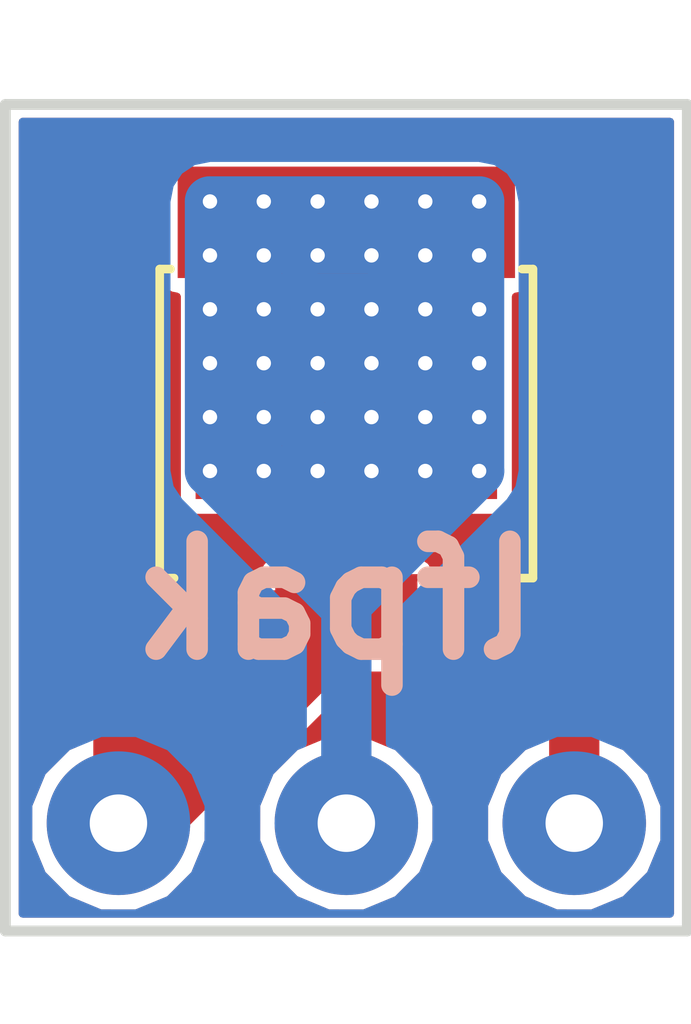
<source format=kicad_pcb>
(kicad_pcb (version 4) (host pcbnew 4.0.5)

  (general
    (links 0)
    (no_connects 0)
    (area 138.924999 80.924999 148.575001 92.575001)
    (thickness 1.6)
    (drawings 5)
    (tracks 68)
    (zones 0)
    (modules 38)
    (nets 1)
  )

  (page A4)
  (layers
    (0 F.Cu signal)
    (31 B.Cu signal)
    (32 B.Adhes user)
    (33 F.Adhes user)
    (34 B.Paste user)
    (35 F.Paste user)
    (36 B.SilkS user)
    (37 F.SilkS user)
    (38 B.Mask user)
    (39 F.Mask user)
    (40 Dwgs.User user)
    (41 Cmts.User user)
    (42 Eco1.User user)
    (43 Eco2.User user)
    (44 Edge.Cuts user)
    (45 Margin user)
    (46 B.CrtYd user)
    (47 F.CrtYd user)
    (48 B.Fab user)
    (49 F.Fab user)
  )

  (setup
    (last_trace_width 0.7)
    (user_trace_width 0.5)
    (user_trace_width 0.7)
    (trace_clearance 0.2)
    (zone_clearance 0.11)
    (zone_45_only no)
    (trace_min 0.2)
    (segment_width 0.2)
    (edge_width 0.15)
    (via_size 0.6)
    (via_drill 0.4)
    (via_min_size 0.4)
    (via_min_drill 0.3)
    (uvia_size 0.3)
    (uvia_drill 0.1)
    (uvias_allowed no)
    (uvia_min_size 0.2)
    (uvia_min_drill 0.1)
    (pcb_text_width 0.3)
    (pcb_text_size 1.5 1.5)
    (mod_edge_width 0.15)
    (mod_text_size 1 1)
    (mod_text_width 0.15)
    (pad_size 1.99898 1.99898)
    (pad_drill 0.8001)
    (pad_to_mask_clearance 0.2)
    (aux_axis_origin 0 0)
    (visible_elements FFFFFF7F)
    (pcbplotparams
      (layerselection 0x00030_80000001)
      (usegerberextensions false)
      (excludeedgelayer true)
      (linewidth 0.100000)
      (plotframeref false)
      (viasonmask false)
      (mode 1)
      (useauxorigin false)
      (hpglpennumber 1)
      (hpglpenspeed 20)
      (hpglpendiameter 15)
      (hpglpenoverlay 2)
      (psnegative false)
      (psa4output false)
      (plotreference true)
      (plotvalue true)
      (plotinvisibletext false)
      (padsonsilk false)
      (subtractmaskfromsilk false)
      (outputformat 1)
      (mirror false)
      (drillshape 1)
      (scaleselection 1)
      (outputdirectory ""))
  )

  (net 0 "")

  (net_class Default "Ceci est la Netclass par défaut"
    (clearance 0.2)
    (trace_width 0.25)
    (via_dia 0.6)
    (via_drill 0.4)
    (uvia_dia 0.3)
    (uvia_drill 0.1)
  )

  (module Wire_Pads:SolderWirePad_single_0-8mmDrill (layer F.Cu) (tedit 590BA919) (tstamp 590BAA2A)
    (at 143.35 86.1)
    (fp_text reference "" (at 0 -2.54) (layer F.SilkS)
      (effects (font (size 1 1) (thickness 0.15)))
    )
    (fp_text value "" (at 0 2.54) (layer F.Fab)
      (effects (font (size 1 1) (thickness 0.15)))
    )
    (pad 1 thru_hole circle (at 0 0) (size 0.2 0.2) (drill 0.2) (layers *.Cu *.Mask)
      (solder_mask_margin -0.1))
  )

  (module Wire_Pads:SolderWirePad_single_0-8mmDrill (layer F.Cu) (tedit 590BA919) (tstamp 590BAA26)
    (at 144.1 86.1)
    (fp_text reference "" (at 0 -2.54) (layer F.SilkS)
      (effects (font (size 1 1) (thickness 0.15)))
    )
    (fp_text value "" (at 0 2.54) (layer F.Fab)
      (effects (font (size 1 1) (thickness 0.15)))
    )
    (pad 1 thru_hole circle (at 0 0) (size 0.2 0.2) (drill 0.2) (layers *.Cu *.Mask)
      (solder_mask_margin -0.1))
  )

  (module Wire_Pads:SolderWirePad_single_0-8mmDrill (layer F.Cu) (tedit 590BA919) (tstamp 590BAA22)
    (at 142.6 86.1)
    (fp_text reference "" (at 0 -2.54) (layer F.SilkS)
      (effects (font (size 1 1) (thickness 0.15)))
    )
    (fp_text value "" (at 0 2.54) (layer F.Fab)
      (effects (font (size 1 1) (thickness 0.15)))
    )
    (pad 1 thru_hole circle (at 0 0) (size 0.2 0.2) (drill 0.2) (layers *.Cu *.Mask)
      (solder_mask_margin -0.1))
  )

  (module Wire_Pads:SolderWirePad_single_0-8mmDrill (layer F.Cu) (tedit 590BA919) (tstamp 590BAA1E)
    (at 141.85 86.1)
    (fp_text reference "" (at 0 -2.54) (layer F.SilkS)
      (effects (font (size 1 1) (thickness 0.15)))
    )
    (fp_text value "" (at 0 2.54) (layer F.Fab)
      (effects (font (size 1 1) (thickness 0.15)))
    )
    (pad 1 thru_hole circle (at 0 0) (size 0.2 0.2) (drill 0.2) (layers *.Cu *.Mask)
      (solder_mask_margin -0.1))
  )

  (module Wire_Pads:SolderWirePad_single_0-8mmDrill (layer F.Cu) (tedit 590BA919) (tstamp 590BAA1A)
    (at 145.6 86.1)
    (fp_text reference "" (at 0 -2.54) (layer F.SilkS)
      (effects (font (size 1 1) (thickness 0.15)))
    )
    (fp_text value "" (at 0 2.54) (layer F.Fab)
      (effects (font (size 1 1) (thickness 0.15)))
    )
    (pad 1 thru_hole circle (at 0 0) (size 0.2 0.2) (drill 0.2) (layers *.Cu *.Mask)
      (solder_mask_margin -0.1))
  )

  (module Wire_Pads:SolderWirePad_single_0-8mmDrill (layer F.Cu) (tedit 590BA919) (tstamp 590BAA16)
    (at 144.85 86.1)
    (fp_text reference "" (at 0 -2.54) (layer F.SilkS)
      (effects (font (size 1 1) (thickness 0.15)))
    )
    (fp_text value "" (at 0 2.54) (layer F.Fab)
      (effects (font (size 1 1) (thickness 0.15)))
    )
    (pad 1 thru_hole circle (at 0 0) (size 0.2 0.2) (drill 0.2) (layers *.Cu *.Mask)
      (solder_mask_margin -0.1))
  )

  (module Wire_Pads:SolderWirePad_single_0-8mmDrill (layer F.Cu) (tedit 590BA919) (tstamp 590BAA12)
    (at 143.35 82.35)
    (fp_text reference "" (at 0 -2.54) (layer F.SilkS)
      (effects (font (size 1 1) (thickness 0.15)))
    )
    (fp_text value "" (at 0 2.54) (layer F.Fab)
      (effects (font (size 1 1) (thickness 0.15)))
    )
    (pad 1 thru_hole circle (at 0 0) (size 0.2 0.2) (drill 0.2) (layers *.Cu *.Mask)
      (solder_mask_margin -0.1))
  )

  (module Wire_Pads:SolderWirePad_single_0-8mmDrill (layer F.Cu) (tedit 590BA919) (tstamp 590BAA0E)
    (at 144.1 82.35)
    (fp_text reference "" (at 0 -2.54) (layer F.SilkS)
      (effects (font (size 1 1) (thickness 0.15)))
    )
    (fp_text value "" (at 0 2.54) (layer F.Fab)
      (effects (font (size 1 1) (thickness 0.15)))
    )
    (pad 1 thru_hole circle (at 0 0) (size 0.2 0.2) (drill 0.2) (layers *.Cu *.Mask)
      (solder_mask_margin -0.1))
  )

  (module Wire_Pads:SolderWirePad_single_0-8mmDrill (layer F.Cu) (tedit 590BA919) (tstamp 590BAA0A)
    (at 142.6 82.35)
    (fp_text reference "" (at 0 -2.54) (layer F.SilkS)
      (effects (font (size 1 1) (thickness 0.15)))
    )
    (fp_text value "" (at 0 2.54) (layer F.Fab)
      (effects (font (size 1 1) (thickness 0.15)))
    )
    (pad 1 thru_hole circle (at 0 0) (size 0.2 0.2) (drill 0.2) (layers *.Cu *.Mask)
      (solder_mask_margin -0.1))
  )

  (module Wire_Pads:SolderWirePad_single_0-8mmDrill (layer F.Cu) (tedit 590BA919) (tstamp 590BAA06)
    (at 141.85 82.35)
    (fp_text reference "" (at 0 -2.54) (layer F.SilkS)
      (effects (font (size 1 1) (thickness 0.15)))
    )
    (fp_text value "" (at 0 2.54) (layer F.Fab)
      (effects (font (size 1 1) (thickness 0.15)))
    )
    (pad 1 thru_hole circle (at 0 0) (size 0.2 0.2) (drill 0.2) (layers *.Cu *.Mask)
      (solder_mask_margin -0.1))
  )

  (module Wire_Pads:SolderWirePad_single_0-8mmDrill (layer F.Cu) (tedit 590BA919) (tstamp 590BAA02)
    (at 145.6 82.35)
    (fp_text reference "" (at 0 -2.54) (layer F.SilkS)
      (effects (font (size 1 1) (thickness 0.15)))
    )
    (fp_text value "" (at 0 2.54) (layer F.Fab)
      (effects (font (size 1 1) (thickness 0.15)))
    )
    (pad 1 thru_hole circle (at 0 0) (size 0.2 0.2) (drill 0.2) (layers *.Cu *.Mask)
      (solder_mask_margin -0.1))
  )

  (module Wire_Pads:SolderWirePad_single_0-8mmDrill (layer F.Cu) (tedit 590BA919) (tstamp 590BA9FE)
    (at 144.85 82.35)
    (fp_text reference "" (at 0 -2.54) (layer F.SilkS)
      (effects (font (size 1 1) (thickness 0.15)))
    )
    (fp_text value "" (at 0 2.54) (layer F.Fab)
      (effects (font (size 1 1) (thickness 0.15)))
    )
    (pad 1 thru_hole circle (at 0 0) (size 0.2 0.2) (drill 0.2) (layers *.Cu *.Mask)
      (solder_mask_margin -0.1))
  )

  (module Wire_Pads:SolderWirePad_single_0-8mmDrill (layer F.Cu) (tedit 590BA919) (tstamp 590BA9FA)
    (at 144.85 83.1)
    (fp_text reference "" (at 0 -2.54) (layer F.SilkS)
      (effects (font (size 1 1) (thickness 0.15)))
    )
    (fp_text value "" (at 0 2.54) (layer F.Fab)
      (effects (font (size 1 1) (thickness 0.15)))
    )
    (pad 1 thru_hole circle (at 0 0) (size 0.2 0.2) (drill 0.2) (layers *.Cu *.Mask)
      (solder_mask_margin -0.1))
  )

  (module Wire_Pads:SolderWirePad_single_0-8mmDrill (layer F.Cu) (tedit 590BA919) (tstamp 590BA9F6)
    (at 145.6 83.1)
    (fp_text reference "" (at 0 -2.54) (layer F.SilkS)
      (effects (font (size 1 1) (thickness 0.15)))
    )
    (fp_text value "" (at 0 2.54) (layer F.Fab)
      (effects (font (size 1 1) (thickness 0.15)))
    )
    (pad 1 thru_hole circle (at 0 0) (size 0.2 0.2) (drill 0.2) (layers *.Cu *.Mask)
      (solder_mask_margin -0.1))
  )

  (module Wire_Pads:SolderWirePad_single_0-8mmDrill (layer F.Cu) (tedit 590BA919) (tstamp 590BA9F2)
    (at 145.6 83.85)
    (fp_text reference "" (at 0 -2.54) (layer F.SilkS)
      (effects (font (size 1 1) (thickness 0.15)))
    )
    (fp_text value "" (at 0 2.54) (layer F.Fab)
      (effects (font (size 1 1) (thickness 0.15)))
    )
    (pad 1 thru_hole circle (at 0 0) (size 0.2 0.2) (drill 0.2) (layers *.Cu *.Mask)
      (solder_mask_margin -0.1))
  )

  (module Wire_Pads:SolderWirePad_single_0-8mmDrill (layer F.Cu) (tedit 590BA919) (tstamp 590BA9EE)
    (at 144.85 83.85)
    (fp_text reference "" (at 0 -2.54) (layer F.SilkS)
      (effects (font (size 1 1) (thickness 0.15)))
    )
    (fp_text value "" (at 0 2.54) (layer F.Fab)
      (effects (font (size 1 1) (thickness 0.15)))
    )
    (pad 1 thru_hole circle (at 0 0) (size 0.2 0.2) (drill 0.2) (layers *.Cu *.Mask)
      (solder_mask_margin -0.1))
  )

  (module Wire_Pads:SolderWirePad_single_0-8mmDrill (layer F.Cu) (tedit 590BA919) (tstamp 590BA9EA)
    (at 144.85 85.35)
    (fp_text reference "" (at 0 -2.54) (layer F.SilkS)
      (effects (font (size 1 1) (thickness 0.15)))
    )
    (fp_text value "" (at 0 2.54) (layer F.Fab)
      (effects (font (size 1 1) (thickness 0.15)))
    )
    (pad 1 thru_hole circle (at 0 0) (size 0.2 0.2) (drill 0.2) (layers *.Cu *.Mask)
      (solder_mask_margin -0.1))
  )

  (module Wire_Pads:SolderWirePad_single_0-8mmDrill (layer F.Cu) (tedit 590BA919) (tstamp 590BA9E6)
    (at 145.6 85.35)
    (fp_text reference "" (at 0 -2.54) (layer F.SilkS)
      (effects (font (size 1 1) (thickness 0.15)))
    )
    (fp_text value "" (at 0 2.54) (layer F.Fab)
      (effects (font (size 1 1) (thickness 0.15)))
    )
    (pad 1 thru_hole circle (at 0 0) (size 0.2 0.2) (drill 0.2) (layers *.Cu *.Mask)
      (solder_mask_margin -0.1))
  )

  (module Wire_Pads:SolderWirePad_single_0-8mmDrill (layer F.Cu) (tedit 590BA919) (tstamp 590BA9E2)
    (at 145.6 84.6)
    (fp_text reference "" (at 0 -2.54) (layer F.SilkS)
      (effects (font (size 1 1) (thickness 0.15)))
    )
    (fp_text value "" (at 0 2.54) (layer F.Fab)
      (effects (font (size 1 1) (thickness 0.15)))
    )
    (pad 1 thru_hole circle (at 0 0) (size 0.2 0.2) (drill 0.2) (layers *.Cu *.Mask)
      (solder_mask_margin -0.1))
  )

  (module Wire_Pads:SolderWirePad_single_0-8mmDrill (layer F.Cu) (tedit 590BA919) (tstamp 590BA9DE)
    (at 144.85 84.6)
    (fp_text reference "" (at 0 -2.54) (layer F.SilkS)
      (effects (font (size 1 1) (thickness 0.15)))
    )
    (fp_text value "" (at 0 2.54) (layer F.Fab)
      (effects (font (size 1 1) (thickness 0.15)))
    )
    (pad 1 thru_hole circle (at 0 0) (size 0.2 0.2) (drill 0.2) (layers *.Cu *.Mask)
      (solder_mask_margin -0.1))
  )

  (module Wire_Pads:SolderWirePad_single_0-8mmDrill (layer F.Cu) (tedit 590BA919) (tstamp 590BA9DA)
    (at 143.35 84.6)
    (fp_text reference "" (at 0 -2.54) (layer F.SilkS)
      (effects (font (size 1 1) (thickness 0.15)))
    )
    (fp_text value "" (at 0 2.54) (layer F.Fab)
      (effects (font (size 1 1) (thickness 0.15)))
    )
    (pad 1 thru_hole circle (at 0 0) (size 0.2 0.2) (drill 0.2) (layers *.Cu *.Mask)
      (solder_mask_margin -0.1))
  )

  (module Wire_Pads:SolderWirePad_single_0-8mmDrill (layer F.Cu) (tedit 590BA919) (tstamp 590BA9D6)
    (at 144.1 84.6)
    (fp_text reference "" (at 0 -2.54) (layer F.SilkS)
      (effects (font (size 1 1) (thickness 0.15)))
    )
    (fp_text value "" (at 0 2.54) (layer F.Fab)
      (effects (font (size 1 1) (thickness 0.15)))
    )
    (pad 1 thru_hole circle (at 0 0) (size 0.2 0.2) (drill 0.2) (layers *.Cu *.Mask)
      (solder_mask_margin -0.1))
  )

  (module Wire_Pads:SolderWirePad_single_0-8mmDrill (layer F.Cu) (tedit 590BA919) (tstamp 590BA9D2)
    (at 142.6 84.6)
    (fp_text reference "" (at 0 -2.54) (layer F.SilkS)
      (effects (font (size 1 1) (thickness 0.15)))
    )
    (fp_text value "" (at 0 2.54) (layer F.Fab)
      (effects (font (size 1 1) (thickness 0.15)))
    )
    (pad 1 thru_hole circle (at 0 0) (size 0.2 0.2) (drill 0.2) (layers *.Cu *.Mask)
      (solder_mask_margin -0.1))
  )

  (module Wire_Pads:SolderWirePad_single_0-8mmDrill (layer F.Cu) (tedit 590BA919) (tstamp 590BA9CE)
    (at 141.85 84.6)
    (fp_text reference "" (at 0 -2.54) (layer F.SilkS)
      (effects (font (size 1 1) (thickness 0.15)))
    )
    (fp_text value "" (at 0 2.54) (layer F.Fab)
      (effects (font (size 1 1) (thickness 0.15)))
    )
    (pad 1 thru_hole circle (at 0 0) (size 0.2 0.2) (drill 0.2) (layers *.Cu *.Mask)
      (solder_mask_margin -0.1))
  )

  (module Wire_Pads:SolderWirePad_single_0-8mmDrill (layer F.Cu) (tedit 590BA919) (tstamp 590BA9CA)
    (at 141.85 85.35)
    (fp_text reference "" (at 0 -2.54) (layer F.SilkS)
      (effects (font (size 1 1) (thickness 0.15)))
    )
    (fp_text value "" (at 0 2.54) (layer F.Fab)
      (effects (font (size 1 1) (thickness 0.15)))
    )
    (pad 1 thru_hole circle (at 0 0) (size 0.2 0.2) (drill 0.2) (layers *.Cu *.Mask)
      (solder_mask_margin -0.1))
  )

  (module Wire_Pads:SolderWirePad_single_0-8mmDrill (layer F.Cu) (tedit 590BA919) (tstamp 590BA9C6)
    (at 142.6 85.35)
    (fp_text reference "" (at 0 -2.54) (layer F.SilkS)
      (effects (font (size 1 1) (thickness 0.15)))
    )
    (fp_text value "" (at 0 2.54) (layer F.Fab)
      (effects (font (size 1 1) (thickness 0.15)))
    )
    (pad 1 thru_hole circle (at 0 0) (size 0.2 0.2) (drill 0.2) (layers *.Cu *.Mask)
      (solder_mask_margin -0.1))
  )

  (module Wire_Pads:SolderWirePad_single_0-8mmDrill (layer F.Cu) (tedit 590BA919) (tstamp 590BA9C2)
    (at 144.1 85.35)
    (fp_text reference "" (at 0 -2.54) (layer F.SilkS)
      (effects (font (size 1 1) (thickness 0.15)))
    )
    (fp_text value "" (at 0 2.54) (layer F.Fab)
      (effects (font (size 1 1) (thickness 0.15)))
    )
    (pad 1 thru_hole circle (at 0 0) (size 0.2 0.2) (drill 0.2) (layers *.Cu *.Mask)
      (solder_mask_margin -0.1))
  )

  (module Wire_Pads:SolderWirePad_single_0-8mmDrill (layer F.Cu) (tedit 590BA919) (tstamp 590BA9BE)
    (at 143.35 85.35)
    (fp_text reference "" (at 0 -2.54) (layer F.SilkS)
      (effects (font (size 1 1) (thickness 0.15)))
    )
    (fp_text value "" (at 0 2.54) (layer F.Fab)
      (effects (font (size 1 1) (thickness 0.15)))
    )
    (pad 1 thru_hole circle (at 0 0) (size 0.2 0.2) (drill 0.2) (layers *.Cu *.Mask)
      (solder_mask_margin -0.1))
  )

  (module Wire_Pads:SolderWirePad_single_0-8mmDrill (layer F.Cu) (tedit 590BA919) (tstamp 590BA9BA)
    (at 143.35 83.85)
    (fp_text reference "" (at 0 -2.54) (layer F.SilkS)
      (effects (font (size 1 1) (thickness 0.15)))
    )
    (fp_text value "" (at 0 2.54) (layer F.Fab)
      (effects (font (size 1 1) (thickness 0.15)))
    )
    (pad 1 thru_hole circle (at 0 0) (size 0.2 0.2) (drill 0.2) (layers *.Cu *.Mask)
      (solder_mask_margin -0.1))
  )

  (module Wire_Pads:SolderWirePad_single_0-8mmDrill (layer F.Cu) (tedit 590BA919) (tstamp 590BA9B6)
    (at 144.1 83.85)
    (fp_text reference "" (at 0 -2.54) (layer F.SilkS)
      (effects (font (size 1 1) (thickness 0.15)))
    )
    (fp_text value "" (at 0 2.54) (layer F.Fab)
      (effects (font (size 1 1) (thickness 0.15)))
    )
    (pad 1 thru_hole circle (at 0 0) (size 0.2 0.2) (drill 0.2) (layers *.Cu *.Mask)
      (solder_mask_margin -0.1))
  )

  (module Wire_Pads:SolderWirePad_single_0-8mmDrill (layer F.Cu) (tedit 590BA919) (tstamp 590BA9B2)
    (at 142.6 83.85)
    (fp_text reference "" (at 0 -2.54) (layer F.SilkS)
      (effects (font (size 1 1) (thickness 0.15)))
    )
    (fp_text value "" (at 0 2.54) (layer F.Fab)
      (effects (font (size 1 1) (thickness 0.15)))
    )
    (pad 1 thru_hole circle (at 0 0) (size 0.2 0.2) (drill 0.2) (layers *.Cu *.Mask)
      (solder_mask_margin -0.1))
  )

  (module Wire_Pads:SolderWirePad_single_0-8mmDrill (layer F.Cu) (tedit 590BA919) (tstamp 590BA9AE)
    (at 141.85 83.85)
    (fp_text reference "" (at 0 -2.54) (layer F.SilkS)
      (effects (font (size 1 1) (thickness 0.15)))
    )
    (fp_text value "" (at 0 2.54) (layer F.Fab)
      (effects (font (size 1 1) (thickness 0.15)))
    )
    (pad 1 thru_hole circle (at 0 0) (size 0.2 0.2) (drill 0.2) (layers *.Cu *.Mask)
      (solder_mask_margin -0.1))
  )

  (module Wire_Pads:SolderWirePad_single_0-8mmDrill (layer F.Cu) (tedit 590BA919) (tstamp 590BA9AA)
    (at 141.85 83.1)
    (fp_text reference "" (at 0 -2.54) (layer F.SilkS)
      (effects (font (size 1 1) (thickness 0.15)))
    )
    (fp_text value "" (at 0 2.54) (layer F.Fab)
      (effects (font (size 1 1) (thickness 0.15)))
    )
    (pad 1 thru_hole circle (at 0 0) (size 0.2 0.2) (drill 0.2) (layers *.Cu *.Mask)
      (solder_mask_margin -0.1))
  )

  (module Wire_Pads:SolderWirePad_single_0-8mmDrill (layer F.Cu) (tedit 590BA919) (tstamp 590BA9A6)
    (at 142.6 83.1)
    (fp_text reference "" (at 0 -2.54) (layer F.SilkS)
      (effects (font (size 1 1) (thickness 0.15)))
    )
    (fp_text value "" (at 0 2.54) (layer F.Fab)
      (effects (font (size 1 1) (thickness 0.15)))
    )
    (pad 1 thru_hole circle (at 0 0) (size 0.2 0.2) (drill 0.2) (layers *.Cu *.Mask)
      (solder_mask_margin -0.1))
  )

  (module Wire_Pads:SolderWirePad_single_0-8mmDrill (layer F.Cu) (tedit 590BA919) (tstamp 590BA9A0)
    (at 144.1 83.1)
    (fp_text reference "" (at 0 -2.54) (layer F.SilkS)
      (effects (font (size 1 1) (thickness 0.15)))
    )
    (fp_text value "" (at 0 2.54) (layer F.Fab)
      (effects (font (size 1 1) (thickness 0.15)))
    )
    (pad 1 thru_hole circle (at 0 0) (size 0.2 0.2) (drill 0.2) (layers *.Cu *.Mask)
      (solder_mask_margin -0.1))
  )

  (module TO_SOT_Packages_SMD:SOT-669_LFPAK (layer F.Cu) (tedit 590BA898) (tstamp 590BA888)
    (at 143.75 85.25 90)
    (descr "LFPAK www.nxp.com/documents/leaflet/939775016838_LR.pdf")
    (tags "LFPAK SOT-669 Power-SO8")
    (solder_mask_margin 0.07)
    (solder_paste_margin -0.05)
    (attr smd)
    (fp_text reference "" (at -0.27 -3.48 90) (layer F.SilkS)
      (effects (font (size 1 1) (thickness 0.15)))
    )
    (fp_text value "" (at -0.27 3.52 90) (layer F.Fab)
      (effects (font (size 1 1) (thickness 0.15)))
    )
    (fp_text user %R (at -0.04 0 90) (layer F.Fab)
      (effects (font (size 1 1) (thickness 0.15)))
    )
    (fp_line (start -2.34 2.4) (end -2.34 2.6) (layer F.SilkS) (width 0.12))
    (fp_line (start -2.34 2.6) (end 1.96 2.6) (layer F.SilkS) (width 0.12))
    (fp_line (start 1.96 2.6) (end 1.96 2.45) (layer F.SilkS) (width 0.12))
    (fp_line (start 1.96 -2.45) (end 1.96 -2.6) (layer F.SilkS) (width 0.12))
    (fp_line (start 1.96 -2.6) (end -2.34 -2.6) (layer F.SilkS) (width 0.12))
    (fp_line (start -2.34 -2.6) (end -2.34 -2.4) (layer F.SilkS) (width 0.12))
    (fp_line (start -2.24 1.7) (end -3.24 1.7) (layer F.Fab) (width 0.1))
    (fp_line (start -3.24 1.7) (end -3.24 2.15) (layer F.Fab) (width 0.1))
    (fp_line (start -3.24 2.15) (end -2.24 2.15) (layer F.Fab) (width 0.1))
    (fp_line (start -2.24 0.4) (end -3.24 0.4) (layer F.Fab) (width 0.1))
    (fp_line (start -3.24 0.4) (end -3.24 0.85) (layer F.Fab) (width 0.1))
    (fp_line (start -3.24 0.85) (end -2.24 0.85) (layer F.Fab) (width 0.1))
    (fp_line (start -2.24 -0.85) (end -3.24 -0.85) (layer F.Fab) (width 0.1))
    (fp_line (start -3.24 -0.85) (end -3.24 -0.4) (layer F.Fab) (width 0.1))
    (fp_line (start -3.24 -0.4) (end -2.24 -0.4) (layer F.Fab) (width 0.1))
    (fp_line (start -3.24 -2.15) (end -3.24 -1.65) (layer F.Fab) (width 0.1))
    (fp_line (start -3.24 -2.15) (end -2.24 -2.15) (layer F.Fab) (width 0.1))
    (fp_line (start -3.24 -1.65) (end -2.24 -1.65) (layer F.Fab) (width 0.1))
    (fp_line (start 3.16 -2.2) (end 3.16 2.2) (layer F.Fab) (width 0.1))
    (fp_line (start 3.16 2.2) (end 1.86 2.2) (layer F.Fab) (width 0.1))
    (fp_line (start 3.16 -2.2) (end 1.86 -2.2) (layer F.Fab) (width 0.1))
    (fp_line (start 1.86 -2.5) (end -2.24 -2.5) (layer F.Fab) (width 0.1))
    (fp_line (start -2.24 -2.5) (end -2.24 2.5) (layer F.Fab) (width 0.1))
    (fp_line (start -2.24 2.5) (end 1.86 2.5) (layer F.Fab) (width 0.1))
    (fp_line (start 1.86 2.5) (end 1.86 -2.5) (layer F.Fab) (width 0.1))
    (fp_line (start 3.64 -2.75) (end 3.64 2.75) (layer F.CrtYd) (width 0.05))
    (fp_line (start 3.64 -2.75) (end -3.69 -2.75) (layer F.CrtYd) (width 0.05))
    (fp_line (start -3.69 2.75) (end 3.64 2.75) (layer F.CrtYd) (width 0.05))
    (fp_line (start -3.69 2.75) (end -3.69 -2.75) (layer F.CrtYd) (width 0.05))
    (pad 5 smd rect (at 0.16 -1.15 90) (size 0.6 0.9) (layers F.Cu F.Paste F.Mask))
    (pad 5 smd rect (at -0.69 -1.15 90) (size 0.6 0.9) (layers F.Cu F.Paste F.Mask))
    (pad 5 smd rect (at 1.01 -1.15 90) (size 0.6 0.9) (layers F.Cu F.Paste F.Mask))
    (pad 5 smd rect (at 0.16 1.15 90) (size 0.6 0.9) (layers F.Cu F.Paste F.Mask))
    (pad 5 smd rect (at -0.69 1.15 90) (size 0.6 0.9) (layers F.Cu F.Paste F.Mask))
    (pad 5 smd rect (at 1.01 1.15 90) (size 0.6 0.9) (layers F.Cu F.Paste F.Mask))
    (pad 5 smd rect (at 1.01 0 90) (size 0.6 0.9) (layers F.Cu F.Paste F.Mask))
    (pad 5 smd rect (at -0.69 0 90) (size 0.6 0.9) (layers F.Cu F.Paste F.Mask))
    (pad 5 smd rect (at 2.86 -1.88) (size 0.6 0.9) (layers F.Cu F.Paste F.Mask))
    (pad 5 smd rect (at 2.86 1.88) (size 0.6 0.9) (layers F.Cu F.Paste F.Mask))
    (pad 5 smd rect (at 2.86 -0.6) (size 0.6 0.9) (layers F.Cu F.Paste F.Mask))
    (pad 2 smd rect (at -2.86 -0.64) (size 0.7 1.15) (layers F.Cu F.Paste F.Mask)
      (solder_mask_margin 0.07) (solder_paste_margin -0.05))
    (pad 1 smd rect (at -2.86 -1.91) (size 0.7 1.15) (layers F.Cu F.Paste F.Mask)
      (solder_mask_margin 0.07) (solder_paste_margin -0.05))
    (pad 3 smd rect (at -2.86 0.64) (size 0.7 1.15) (layers F.Cu F.Paste F.Mask)
      (solder_mask_margin 0.07) (solder_paste_margin -0.05))
    (pad 5 smd rect (at 2.61 0) (size 4.7 1.55) (layers F.Cu F.Paste F.Mask)
      (solder_mask_margin 0.07))
    (pad 5 smd rect (at 0.41 0) (size 4.2 3.3) (layers F.Cu F.Paste F.Mask)
      (solder_mask_margin 0.07))
    (pad 4 smd rect (at -2.86 1.91) (size 0.7 1.15) (layers F.Cu F.Paste F.Mask)
      (solder_mask_margin 0.07) (solder_paste_margin -0.05))
    (pad 5 smd rect (at 2.86 0.6) (size 0.6 0.9) (layers F.Cu F.Paste F.Mask))
    (pad 5 smd rect (at 0.16 0 90) (size 0.6 0.9) (layers F.Cu F.Paste F.Mask))
    (model ${KISYS3DMOD}/TO_SOT_Packages_SMD.3dshapes/SOT-669_LFPAK.wrl
      (at (xyz -0.01 0 0))
      (scale (xyz 0.39 0.39 0.39))
      (rotate (xyz 0 0 90))
    )
  )

  (module Wire_Pads:SolderWirePad_3x_0-8mmDrill (layer F.Cu) (tedit 590BAA2B) (tstamp 590BA966)
    (at 143.75 91)
    (fp_text reference "" (at 0 -2.54) (layer F.SilkS)
      (effects (font (size 1 1) (thickness 0.15)))
    )
    (fp_text value "" (at 0 2.54) (layer F.Fab)
      (effects (font (size 1 1) (thickness 0.15)))
    )
    (pad 1 thru_hole circle (at -3.175 0) (size 1.99898 1.99898) (drill 0.8001) (layers *.Cu *.Mask)
      (solder_mask_margin -0.1))
    (pad 1 thru_hole circle (at 0 0) (size 1.99898 1.99898) (drill 0.8001) (layers *.Cu *.Mask)
      (solder_mask_margin -0.1))
    (pad 1 thru_hole circle (at 3.175 0) (size 1.99898 1.99898) (drill 0.8001) (layers *.Cu *.Mask)
      (solder_mask_margin -0.1))
  )

  (module Wire_Pads:SolderWirePad_single_0-8mmDrill (layer F.Cu) (tedit 590BA919) (tstamp 590BA98A)
    (at 143.35 83.1)
    (fp_text reference "" (at 0 -2.54) (layer F.SilkS)
      (effects (font (size 1 1) (thickness 0.15)))
    )
    (fp_text value "" (at 0 2.54) (layer F.Fab)
      (effects (font (size 1 1) (thickness 0.15)))
    )
    (pad 1 thru_hole circle (at 0 0) (size 0.2 0.2) (drill 0.2) (layers *.Cu *.Mask)
      (solder_mask_margin -0.1))
  )

  (gr_line (start 148.5 92.5) (end 139 92.5) (angle 90) (layer Edge.Cuts) (width 0.15))
  (gr_line (start 148.5 81) (end 148.5 92.5) (angle 90) (layer Edge.Cuts) (width 0.15))
  (gr_line (start 139 81) (end 148.5 81) (angle 90) (layer Edge.Cuts) (width 0.15))
  (gr_line (start 139 92.5) (end 139 81) (angle 90) (layer Edge.Cuts) (width 0.15))
  (gr_text "lfpak\n" (at 143.6 87.9) (layer B.SilkS)
    (effects (font (size 1.5 1.5) (thickness 0.3)) (justify mirror))
  )

  (segment (start 140.575 91) (end 141.1 91) (width 0.7) (layer F.Cu) (net 0) (status C00000))
  (segment (start 141.1 91) (end 143.99 88.11) (width 0.7) (layer F.Cu) (net 0) (tstamp 590BAA7A) (status 400000))
  (segment (start 143.99 88.11) (end 144.39 88.11) (width 0.7) (layer F.Cu) (net 0) (tstamp 590BAA7B) (status 800000))
  (segment (start 141.84 88.11) (end 141.84 88.86) (width 0.7) (layer F.Cu) (net 0) (status 400000))
  (segment (start 141.1 89.6) (end 141.1 90) (width 0.7) (layer F.Cu) (net 0) (tstamp 590BAA77))
  (segment (start 141.84 88.86) (end 141.1 89.6) (width 0.7) (layer F.Cu) (net 0) (tstamp 590BAA75))
  (segment (start 141 90) (end 141.1 90) (width 0.7) (layer F.Cu) (net 0))
  (segment (start 142.5 88.6) (end 142.5 89.075) (width 0.7) (layer F.Cu) (net 0) (tstamp 590BAA72))
  (segment (start 141.1 90) (end 142.5 88.6) (width 0.7) (layer F.Cu) (net 0) (tstamp 590BAA78))
  (segment (start 141.1 90) (end 141.1 90) (width 0.7) (layer F.Cu) (net 0) (tstamp 590BAA70))
  (segment (start 144.39 88.11) (end 143.465 88.11) (width 0.7) (layer F.Cu) (net 0) (status 400000))
  (segment (start 143.465 88.11) (end 142.5 89.075) (width 0.7) (layer F.Cu) (net 0) (tstamp 590BAA6D))
  (segment (start 142.5 89.075) (end 140.575 91) (width 0.7) (layer F.Cu) (net 0) (tstamp 590BAA73) (status 800000))
  (segment (start 143.7 86.6) (end 144.1 86.6) (width 0.7) (layer B.Cu) (net 0))
  (segment (start 143.45 86.85) (end 143.7 86.6) (width 0.7) (layer B.Cu) (net 0) (tstamp 590BAA65))
  (segment (start 143.45 86.95) (end 143.45 86.85) (width 0.7) (layer B.Cu) (net 0))
  (segment (start 144.2 86.5) (end 144.2 86.9) (width 0.7) (layer B.Cu) (net 0) (tstamp 590BAA6A))
  (segment (start 144.1 86.6) (end 144.2 86.5) (width 0.7) (layer B.Cu) (net 0) (tstamp 590BAA68))
  (segment (start 143.8 87.3) (end 143.45 86.95) (width 0.7) (layer B.Cu) (net 0))
  (segment (start 143.45 86.95) (end 142.6 86.1) (width 0.7) (layer B.Cu) (net 0) (tstamp 590BAA63) (status 800000))
  (segment (start 142.6 86.1) (end 142.7 86.1) (width 0.7) (layer B.Cu) (net 0) (tstamp 590BAA5E) (status C00000))
  (segment (start 142.7 86.1) (end 143 86.4) (width 0.7) (layer B.Cu) (net 0) (tstamp 590BAA5F) (status 400000))
  (segment (start 143 86.4) (end 143 86.1) (width 0.7) (layer B.Cu) (net 0) (tstamp 590BAA60))
  (segment (start 143.475 87.725) (end 143.475 87.625) (width 0.7) (layer B.Cu) (net 0))
  (segment (start 143.475 87.625) (end 143.8 87.3) (width 0.7) (layer B.Cu) (net 0) (tstamp 590BAA59))
  (segment (start 143.8 87.3) (end 144.2 86.9) (width 0.7) (layer B.Cu) (net 0) (tstamp 590BAA5C))
  (segment (start 144.2 86.9) (end 144.6 86.5) (width 0.7) (layer B.Cu) (net 0) (tstamp 590BAA6B))
  (segment (start 143.75 88.8) (end 143.75 87.95) (width 0.7) (layer B.Cu) (net 0))
  (segment (start 143.75 87.95) (end 145.6 86.1) (width 0.7) (layer B.Cu) (net 0) (tstamp 590BAA54) (status 800000))
  (segment (start 144.4 85.5) (end 144.4 83) (width 0.7) (layer B.Cu) (net 0))
  (segment (start 144.4 83) (end 144.4 83.3) (width 0.7) (layer B.Cu) (net 0) (tstamp 590BAA4D))
  (segment (start 144.4 83.3) (end 144.4 83) (width 0.7) (layer B.Cu) (net 0) (tstamp 590BAA4F))
  (segment (start 145.1 82.35) (end 145.1 86.1) (width 0.7) (layer B.Cu) (net 0))
  (segment (start 145.1 86.1) (end 145.1 85.8) (width 0.7) (layer B.Cu) (net 0) (tstamp 590BAA46))
  (segment (start 145.1 85.8) (end 145.1 86.1) (width 0.7) (layer B.Cu) (net 0) (tstamp 590BAA48))
  (segment (start 143.75 91) (end 143.75 88.8) (width 0.7) (layer B.Cu) (net 0) (status 400000))
  (segment (start 143.75 88.8) (end 143.75 88) (width 0.7) (layer B.Cu) (net 0) (tstamp 590BAA52))
  (segment (start 143.75 88) (end 143.475 87.725) (width 0.7) (layer B.Cu) (net 0) (tstamp 590BAA2E))
  (segment (start 143.475 87.725) (end 141.85 86.1) (width 0.7) (layer B.Cu) (net 0) (tstamp 590BAA57) (status 800000))
  (segment (start 141.85 86.1) (end 141.85 82.35) (width 0.7) (layer B.Cu) (net 0) (tstamp 590BAA2F) (status C00000))
  (segment (start 141.85 82.35) (end 145.1 82.35) (width 0.7) (layer B.Cu) (net 0) (tstamp 590BAA30) (status 400000))
  (segment (start 145.1 82.35) (end 145.6 82.35) (width 0.7) (layer B.Cu) (net 0) (tstamp 590BAA44) (status 800000))
  (segment (start 145.6 82.35) (end 145.6 86.1) (width 0.7) (layer B.Cu) (net 0) (tstamp 590BAA31) (status C00000))
  (segment (start 145.6 86.1) (end 145.1 86.1) (width 0.7) (layer B.Cu) (net 0) (tstamp 590BAA32) (status 400000))
  (segment (start 145.1 86.1) (end 143 86.1) (width 0.7) (layer B.Cu) (net 0) (tstamp 590BAA49))
  (segment (start 143 86.1) (end 142.5 86.1) (width 0.7) (layer B.Cu) (net 0) (tstamp 590BAA61) (status 800000))
  (segment (start 142.5 86.1) (end 142.5 82.8) (width 0.7) (layer B.Cu) (net 0) (tstamp 590BAA33) (status 400000))
  (segment (start 142.7 83) (end 144.4 83) (width 0.7) (layer B.Cu) (net 0) (tstamp 590BAA35))
  (segment (start 142.5 82.8) (end 142.7 83) (width 0.7) (layer B.Cu) (net 0) (tstamp 590BAA34))
  (segment (start 144.4 83) (end 144.75 83) (width 0.7) (layer B.Cu) (net 0) (tstamp 590BAA50))
  (segment (start 144.75 83) (end 144.85 83.1) (width 0.7) (layer B.Cu) (net 0) (tstamp 590BAA36) (status 800000))
  (segment (start 144.85 83.1) (end 144.85 85.45) (width 0.7) (layer B.Cu) (net 0) (tstamp 590BAA37) (status C00000))
  (segment (start 144.85 85.45) (end 144.8 85.5) (width 0.7) (layer B.Cu) (net 0) (tstamp 590BAA38) (status 400000))
  (segment (start 144.8 85.5) (end 144.4 85.5) (width 0.7) (layer B.Cu) (net 0) (tstamp 590BAA39))
  (segment (start 144.4 85.5) (end 143.1 85.5) (width 0.7) (layer B.Cu) (net 0) (tstamp 590BAA4B))
  (segment (start 143.1 85.5) (end 143.1 83.6) (width 0.7) (layer B.Cu) (net 0) (tstamp 590BAA3A))
  (segment (start 143.1 83.6) (end 143.2 83.7) (width 0.7) (layer B.Cu) (net 0) (tstamp 590BAA3B))
  (segment (start 143.2 83.7) (end 144.2 83.7) (width 0.7) (layer B.Cu) (net 0) (tstamp 590BAA3C))
  (segment (start 144.2 83.7) (end 144.1 83.8) (width 0.7) (layer B.Cu) (net 0) (tstamp 590BAA3D) (status 800000))
  (segment (start 144.1 83.8) (end 144.1 84.9) (width 0.7) (layer B.Cu) (net 0) (tstamp 590BAA3E) (status 400000))
  (segment (start 144.1 84.9) (end 143.7 84.9) (width 0.7) (layer B.Cu) (net 0) (tstamp 590BAA3F))
  (segment (start 143.7 84.9) (end 143.6 84.8) (width 0.7) (layer B.Cu) (net 0) (tstamp 590BAA40))
  (segment (start 143.6 84.8) (end 143.6 84.3) (width 0.7) (layer B.Cu) (net 0) (tstamp 590BAA41))
  (segment (start 146.925 91) (end 146.925 89.375) (width 0.7) (layer F.Cu) (net 0))
  (segment (start 146.925 89.375) (end 145.66 88.11) (width 0.7) (layer F.Cu) (net 0) (tstamp 590BA987))
  (segment (start 140.575 91) (end 140.575 89.375) (width 0.7) (layer F.Cu) (net 0))
  (segment (start 140.575 89.375) (end 141.84 88.11) (width 0.7) (layer F.Cu) (net 0) (tstamp 590BA984))
  (segment (start 141.84 88.11) (end 144.39 88.11) (width 0.7) (layer F.Cu) (net 0))

  (zone (net 0) (net_name "") (layer F.Cu) (tstamp 590BAA96) (hatch edge 0.508)
    (connect_pads (clearance 0.11))
    (min_thickness 0.11)
    (fill yes (arc_segments 16) (thermal_gap 0.11) (thermal_bridge_width 0.123))
    (polygon
      (pts
        (xy 148.5 92.5) (xy 139 92.5) (xy 139 81) (xy 148.5 81)
      )
    )
    (filled_polygon
      (pts
        (xy 148.26 92.26) (xy 139.24 92.26) (xy 139.24 91.248439) (xy 139.320293 91.248439) (xy 139.510875 91.709683)
        (xy 139.863461 92.062885) (xy 140.324372 92.254272) (xy 140.823439 92.254707) (xy 141.284683 92.064125) (xy 141.637885 91.711539)
        (xy 141.829272 91.250628) (xy 141.829273 91.248439) (xy 142.495293 91.248439) (xy 142.685875 91.709683) (xy 143.038461 92.062885)
        (xy 143.499372 92.254272) (xy 143.998439 92.254707) (xy 144.459683 92.064125) (xy 144.812885 91.711539) (xy 145.004272 91.250628)
        (xy 145.004707 90.751561) (xy 144.814125 90.290317) (xy 144.461539 89.937115) (xy 144.000628 89.745728) (xy 143.501561 89.745293)
        (xy 143.040317 89.935875) (xy 142.687115 90.288461) (xy 142.495728 90.749372) (xy 142.495293 91.248439) (xy 141.829273 91.248439)
        (xy 141.82938 91.126219) (xy 144.015554 88.940045) (xy 144.04 88.944995) (xy 144.74 88.944995) (xy 144.834497 88.927214)
        (xy 144.921287 88.871366) (xy 144.979511 88.786153) (xy 144.999995 88.685) (xy 144.999995 87.535) (xy 145.050005 87.535)
        (xy 145.050005 88.685) (xy 145.067786 88.779497) (xy 145.123634 88.866287) (xy 145.208847 88.924511) (xy 145.31 88.944995)
        (xy 145.639395 88.944995) (xy 146.32 89.625599) (xy 146.32 89.892621) (xy 146.215317 89.935875) (xy 145.862115 90.288461)
        (xy 145.670728 90.749372) (xy 145.670293 91.248439) (xy 145.860875 91.709683) (xy 146.213461 92.062885) (xy 146.674372 92.254272)
        (xy 147.173439 92.254707) (xy 147.634683 92.064125) (xy 147.987885 91.711539) (xy 148.179272 91.250628) (xy 148.179707 90.751561)
        (xy 147.989125 90.290317) (xy 147.636539 89.937115) (xy 147.53 89.892876) (xy 147.53 89.375) (xy 147.512655 89.2878)
        (xy 147.483947 89.143476) (xy 147.41551 89.041053) (xy 147.3528 88.9472) (xy 147.352797 88.947198) (xy 146.269995 87.864395)
        (xy 146.269995 87.535) (xy 146.252214 87.440503) (xy 146.196366 87.353713) (xy 146.111153 87.295489) (xy 146.01 87.275005)
        (xy 145.31 87.275005) (xy 145.215503 87.292786) (xy 145.128713 87.348634) (xy 145.070489 87.433847) (xy 145.050005 87.535)
        (xy 144.999995 87.535) (xy 144.982214 87.440503) (xy 144.926366 87.353713) (xy 144.841153 87.295489) (xy 144.74 87.275005)
        (xy 144.04 87.275005) (xy 143.945503 87.292786) (xy 143.858713 87.348634) (xy 143.800489 87.433847) (xy 143.78608 87.505)
        (xy 143.71435 87.505) (xy 143.702214 87.440503) (xy 143.646366 87.353713) (xy 143.561153 87.295489) (xy 143.46 87.275005)
        (xy 142.76 87.275005) (xy 142.665503 87.292786) (xy 142.578713 87.348634) (xy 142.520489 87.433847) (xy 142.50608 87.505)
        (xy 142.44435 87.505) (xy 142.432214 87.440503) (xy 142.376366 87.353713) (xy 142.291153 87.295489) (xy 142.19 87.275005)
        (xy 141.49 87.275005) (xy 141.395503 87.292786) (xy 141.308713 87.348634) (xy 141.250489 87.433847) (xy 141.230005 87.535)
        (xy 141.230005 87.864396) (xy 140.1472 88.9472) (xy 140.016053 89.143476) (xy 139.969999 89.375) (xy 139.97 89.375005)
        (xy 139.97 89.892621) (xy 139.865317 89.935875) (xy 139.512115 90.288461) (xy 139.320728 90.749372) (xy 139.320293 91.248439)
        (xy 139.24 91.248439) (xy 139.24 81.865) (xy 141.140005 81.865) (xy 141.140005 83.415) (xy 141.157786 83.509497)
        (xy 141.213634 83.596287) (xy 141.298847 83.654511) (xy 141.390005 83.672971) (xy 141.390005 86.49) (xy 141.407786 86.584497)
        (xy 141.463634 86.671287) (xy 141.548847 86.729511) (xy 141.65 86.749995) (xy 145.85 86.749995) (xy 145.944497 86.732214)
        (xy 146.031287 86.676366) (xy 146.089511 86.591153) (xy 146.109995 86.49) (xy 146.109995 83.673114) (xy 146.194497 83.657214)
        (xy 146.281287 83.601366) (xy 146.339511 83.516153) (xy 146.359995 83.415) (xy 146.359995 81.865) (xy 146.342214 81.770503)
        (xy 146.286366 81.683713) (xy 146.201153 81.625489) (xy 146.1 81.605005) (xy 141.4 81.605005) (xy 141.305503 81.622786)
        (xy 141.218713 81.678634) (xy 141.160489 81.763847) (xy 141.140005 81.865) (xy 139.24 81.865) (xy 139.24 81.24)
        (xy 148.26 81.24)
      )
    )
  )
  (zone (net 0) (net_name "") (layer B.Cu) (tstamp 590BAA97) (hatch edge 0.508)
    (connect_pads (clearance 0.11))
    (min_thickness 0.11)
    (fill yes (arc_segments 16) (thermal_gap 0.11) (thermal_bridge_width 0.123))
    (polygon
      (pts
        (xy 148.5 92.5) (xy 139 92.5) (xy 139 81) (xy 148.5 81)
      )
    )
    (filled_polygon
      (pts
        (xy 148.26 92.26) (xy 139.24 92.26) (xy 139.24 91.248439) (xy 139.320293 91.248439) (xy 139.510875 91.709683)
        (xy 139.863461 92.062885) (xy 140.324372 92.254272) (xy 140.823439 92.254707) (xy 141.284683 92.064125) (xy 141.637885 91.711539)
        (xy 141.829272 91.250628) (xy 141.829707 90.751561) (xy 141.639125 90.290317) (xy 141.286539 89.937115) (xy 140.825628 89.745728)
        (xy 140.326561 89.745293) (xy 139.865317 89.935875) (xy 139.512115 90.288461) (xy 139.320728 90.749372) (xy 139.320293 91.248439)
        (xy 139.24 91.248439) (xy 139.24 86.1) (xy 141.244999 86.1) (xy 141.291053 86.331524) (xy 141.4222 86.5278)
        (xy 143.145 88.2506) (xy 143.145 89.892621) (xy 143.040317 89.935875) (xy 142.687115 90.288461) (xy 142.495728 90.749372)
        (xy 142.495293 91.248439) (xy 142.685875 91.709683) (xy 143.038461 92.062885) (xy 143.499372 92.254272) (xy 143.998439 92.254707)
        (xy 144.459683 92.064125) (xy 144.812885 91.711539) (xy 145.004272 91.250628) (xy 145.004273 91.248439) (xy 145.670293 91.248439)
        (xy 145.860875 91.709683) (xy 146.213461 92.062885) (xy 146.674372 92.254272) (xy 147.173439 92.254707) (xy 147.634683 92.064125)
        (xy 147.987885 91.711539) (xy 148.179272 91.250628) (xy 148.179707 90.751561) (xy 147.989125 90.290317) (xy 147.636539 89.937115)
        (xy 147.175628 89.745728) (xy 146.676561 89.745293) (xy 146.215317 89.935875) (xy 145.862115 90.288461) (xy 145.670728 90.749372)
        (xy 145.670293 91.248439) (xy 145.004273 91.248439) (xy 145.004707 90.751561) (xy 144.814125 90.290317) (xy 144.461539 89.937115)
        (xy 144.355 89.892876) (xy 144.355 88.2006) (xy 146.0278 86.5278) (xy 146.158947 86.331524) (xy 146.205 86.1)
        (xy 146.205 82.35) (xy 146.158947 82.118477) (xy 146.0278 81.9222) (xy 145.831523 81.791053) (xy 145.6 81.745)
        (xy 141.85 81.745) (xy 141.618477 81.791053) (xy 141.4222 81.9222) (xy 141.291053 82.118477) (xy 141.245 82.35)
        (xy 141.245 86.099995) (xy 141.244999 86.1) (xy 139.24 86.1) (xy 139.24 81.24) (xy 148.26 81.24)
      )
    )
  )
)

</source>
